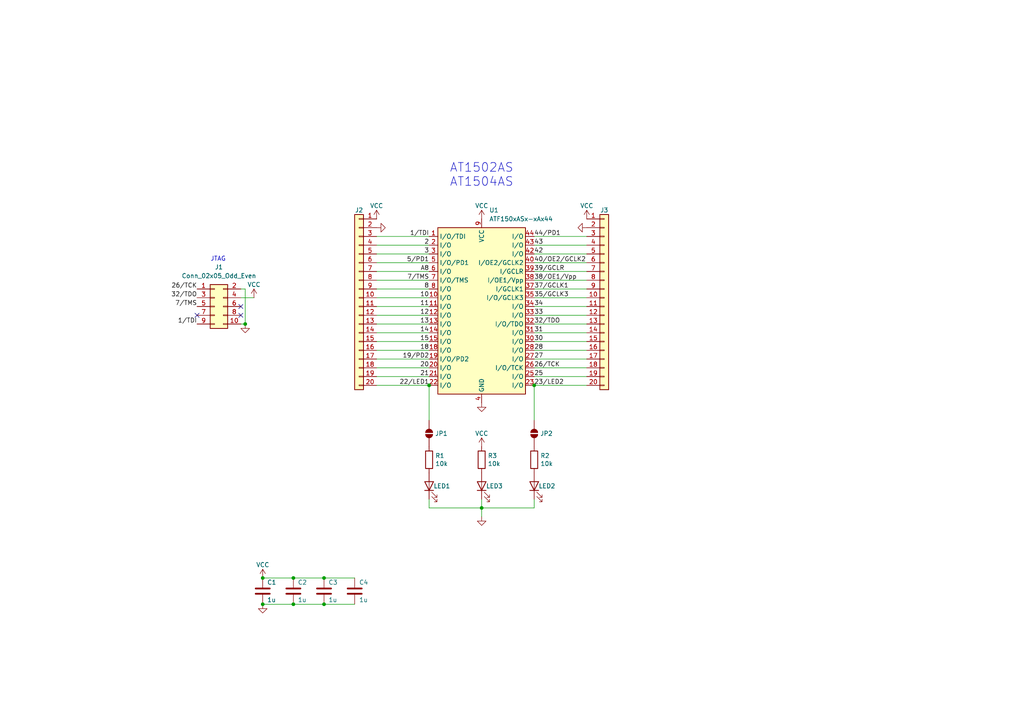
<source format=kicad_sch>
(kicad_sch (version 20231120) (generator "eeschema") (generator_version "8.0")
  (paper "A4")
  (title_block (title "ATF150xAS_uDEV") (date "2024-06-14") (rev "003") (company "Brian K. White") (comment 1 "CC-BY-SA") (comment 2 "github.com/bkw777/ATF150x_uDEV"))
  (lib_symbols
    (symbol "000_LOCAL:ATF150xASx-xAx44"
      (property "Reference" "U" (at -12.7 24.13 0))
      (property "Value" "ATF150xASx-xAx44" (at 1.27 24.892 0))
      (symbol "ATF150xASx-xAx44_0_1"
        (rectangle (start -12.7 22.86) (end 12.7 -25.4) (stroke (width 0.254)) (fill (type background)))
      )
      (symbol "ATF150xASx-xAx44_1_1"
        (pin bidirectional line (at -15.24 20.32 0) (length 2.54) (name "I/O/TDI") (number "1"))
        (pin bidirectional line (at -15.24 2.54 0) (length 2.54) (name "I/O") (number "10"))
        (pin bidirectional line (at -15.24 0 0) (length 2.54) (name "I/O") (number "11"))
        (pin bidirectional line (at -15.24 -2.54 0) (length 2.54) (name "I/O") (number "12"))
        (pin bidirectional line (at -15.24 -5.08 0) (length 2.54) (name "I/O") (number "13"))
        (pin bidirectional line (at -15.24 -7.62 0) (length 2.54) (name "I/O") (number "14"))
        (pin bidirectional line (at -15.24 -10.16 0) (length 2.54) (name "I/O") (number "15"))
        (pin passive line (at 0 -27.94 90) (length 2.54) hide (name "GND") (number "16"))
        (pin passive line (at 0 25.4 270) (length 2.54) hide (name "VCC") (number "17"))
        (pin bidirectional line (at -15.24 -12.7 0) (length 2.54) (name "I/O") (number "18"))
        (pin bidirectional line (at -15.24 -15.24 0) (length 2.54) (name "I/O/PD2") (number "19"))
        (pin bidirectional line (at -15.24 17.78 0) (length 2.54) (name "I/O") (number "2"))
        (pin bidirectional line (at -15.24 -17.78 0) (length 2.54) (name "I/O") (number "20"))
        (pin bidirectional line (at -15.24 -20.32 0) (length 2.54) (name "I/O") (number "21"))
        (pin bidirectional line (at -15.24 -22.86 0) (length 2.54) (name "I/O") (number "22"))
        (pin bidirectional line (at 15.24 -22.86 180) (length 2.54) (name "I/O") (number "23"))
        (pin passive line (at 0 -27.94 90) (length 2.54) hide (name "GND") (number "24"))
        (pin bidirectional line (at 15.24 -20.32 180) (length 2.54) (name "I/O") (number "25"))
        (pin bidirectional line (at 15.24 -17.78 180) (length 2.54) (name "I/O/TCK") (number "26"))
        (pin bidirectional line (at 15.24 -15.24 180) (length 2.54) (name "I/O") (number "27"))
        (pin bidirectional line (at 15.24 -12.7 180) (length 2.54) (name "I/O") (number "28"))
        (pin passive line (at 0 25.4 270) (length 2.54) hide (name "VCC") (number "29"))
        (pin bidirectional line (at -15.24 15.24 0) (length 2.54) (name "I/O") (number "3"))
        (pin bidirectional line (at 15.24 -10.16 180) (length 2.54) (name "I/O") (number "30"))
        (pin bidirectional line (at 15.24 -7.62 180) (length 2.54) (name "I/O") (number "31"))
        (pin bidirectional line (at 15.24 -5.08 180) (length 2.54) (name "I/O/TDO") (number "32"))
        (pin bidirectional line (at 15.24 -2.54 180) (length 2.54) (name "I/O") (number "33"))
        (pin bidirectional line (at 15.24 0 180) (length 2.54) (name "I/O") (number "34"))
        (pin bidirectional line (at 15.24 2.54 180) (length 2.54) (name "I/O/GCLK3") (number "35"))
        (pin passive line (at 0 -27.94 90) (length 2.54) hide (name "GND") (number "36"))
        (pin input line (at 15.24 5.08 180) (length 2.54) (name "I/GCLK1") (number "37"))
        (pin input line (at 15.24 7.62 180) (length 2.54) (name "I/OE1/Vpp") (number "38"))
        (pin input line (at 15.24 10.16 180) (length 2.54) (name "I/GCLR") (number "39"))
        (pin power_in line (at 0 -27.94 90) (length 2.54) (name "GND") (number "4"))
        (pin input line (at 15.24 12.7 180) (length 2.54) (name "I/OE2/GCLK2") (number "40"))
        (pin passive line (at 0 25.4 270) (length 2.54) hide (name "VCC") (number "41"))
        (pin bidirectional line (at 15.24 15.24 180) (length 2.54) (name "I/O") (number "42"))
        (pin bidirectional line (at 15.24 17.78 180) (length 2.54) (name "I/O") (number "43"))
        (pin bidirectional line (at 15.24 20.32 180) (length 2.54) (name "I/O") (number "44"))
        (pin bidirectional line (at -15.24 12.7 0) (length 2.54) (name "I/O/PD1") (number "5"))
        (pin bidirectional line (at -15.24 10.16 0) (length 2.54) (name "I/O") (number "6"))
        (pin bidirectional line (at -15.24 7.62 0) (length 2.54) (name "I/O/TMS") (number "7"))
        (pin bidirectional line (at -15.24 5.08 0) (length 2.54) (name "I/O") (number "8"))
        (pin power_in line (at 0 25.4 270) (length 2.54) (name "VCC") (number "9"))
      )
    )
    (symbol "000_LOCAL:Conn_02x05_Odd_Even" (pin_names (offset 1.016) hide)
      (property "Reference" "J" (at 1.27 7.62 0))
      (property "Value" "Conn_02x05_Odd_Even" (at 1.27 -7.62 0))
      (symbol "Conn_02x05_Odd_Even_1_1"
        (rectangle (start -1.27 -4.953) (end 0 -5.207) (stroke (width 0.1524)))
        (rectangle (start -1.27 -2.413) (end 0 -2.667) (stroke (width 0.1524)))
        (rectangle (start -1.27 0.127) (end 0 -0.127) (stroke (width 0.1524)))
        (rectangle (start -1.27 2.667) (end 0 2.413) (stroke (width 0.1524)))
        (rectangle (start -1.27 5.207) (end 0 4.953) (stroke (width 0.1524)))
        (rectangle (start -1.27 6.35) (end 3.81 -6.35) (stroke (width 0.254)) (fill (type background)))
        (rectangle (start 3.81 -4.953) (end 2.54 -5.207) (stroke (width 0.1524)))
        (rectangle (start 3.81 -2.413) (end 2.54 -2.667) (stroke (width 0.1524)))
        (rectangle (start 3.81 0.127) (end 2.54 -0.127) (stroke (width 0.1524)))
        (rectangle (start 3.81 2.667) (end 2.54 2.413) (stroke (width 0.1524)))
        (rectangle (start 3.81 5.207) (end 2.54 4.953) (stroke (width 0.1524)))
        (pin passive line (at -5.08 5.08 0) (length 3.81) (name "Pin_1") (number "1"))
        (pin passive line (at 7.62 -5.08 180) (length 3.81) (name "Pin_10") (number "10"))
        (pin passive line (at 7.62 5.08 180) (length 3.81) (name "Pin_2") (number "2"))
        (pin passive line (at -5.08 2.54 0) (length 3.81) (name "Pin_3") (number "3"))
        (pin passive line (at 7.62 2.54 180) (length 3.81) (name "Pin_4") (number "4"))
        (pin passive line (at -5.08 0 0) (length 3.81) (name "Pin_5") (number "5"))
        (pin passive line (at 7.62 0 180) (length 3.81) (name "Pin_6") (number "6"))
        (pin passive line (at -5.08 -2.54 0) (length 3.81) (name "Pin_7") (number "7"))
        (pin passive line (at 7.62 -2.54 180) (length 3.81) (name "Pin_8") (number "8"))
        (pin passive line (at -5.08 -5.08 0) (length 3.81) (name "Pin_9") (number "9"))
      )
    )
    (symbol "Connector_Generic:Conn_01x20" (pin_names (offset 1.016) hide)
      (property "Reference" "J" (at 0 25.4 0))
      (property "Value" "Conn_01x20" (at 0 -27.94 0))
      (symbol "Conn_01x20_1_1"
        (rectangle (start -1.27 -25.273) (end 0 -25.527) (stroke (width 0.1524)))
        (rectangle (start -1.27 -22.733) (end 0 -22.987) (stroke (width 0.1524)))
        (rectangle (start -1.27 -20.193) (end 0 -20.447) (stroke (width 0.1524)))
        (rectangle (start -1.27 -17.653) (end 0 -17.907) (stroke (width 0.1524)))
        (rectangle (start -1.27 -15.113) (end 0 -15.367) (stroke (width 0.1524)))
        (rectangle (start -1.27 -12.573) (end 0 -12.827) (stroke (width 0.1524)))
        (rectangle (start -1.27 -10.033) (end 0 -10.287) (stroke (width 0.1524)))
        (rectangle (start -1.27 -7.493) (end 0 -7.747) (stroke (width 0.1524)))
        (rectangle (start -1.27 -4.953) (end 0 -5.207) (stroke (width 0.1524)))
        (rectangle (start -1.27 -2.413) (end 0 -2.667) (stroke (width 0.1524)))
        (rectangle (start -1.27 0.127) (end 0 -0.127) (stroke (width 0.1524)))
        (rectangle (start -1.27 2.667) (end 0 2.413) (stroke (width 0.1524)))
        (rectangle (start -1.27 5.207) (end 0 4.953) (stroke (width 0.1524)))
        (rectangle (start -1.27 7.747) (end 0 7.493) (stroke (width 0.1524)))
        (rectangle (start -1.27 10.287) (end 0 10.033) (stroke (width 0.1524)))
        (rectangle (start -1.27 12.827) (end 0 12.573) (stroke (width 0.1524)))
        (rectangle (start -1.27 15.367) (end 0 15.113) (stroke (width 0.1524)))
        (rectangle (start -1.27 17.907) (end 0 17.653) (stroke (width 0.1524)))
        (rectangle (start -1.27 20.447) (end 0 20.193) (stroke (width 0.1524)))
        (rectangle (start -1.27 22.987) (end 0 22.733) (stroke (width 0.1524)))
        (rectangle (start -1.27 24.13) (end 1.27 -26.67) (stroke (width 0.254)) (fill (type background)))
        (pin passive line (at -5.08 22.86 0) (length 3.81) (name "Pin_1") (number "1"))
        (pin passive line (at -5.08 0 0) (length 3.81) (name "Pin_10") (number "10"))
        (pin passive line (at -5.08 -2.54 0) (length 3.81) (name "Pin_11") (number "11"))
        (pin passive line (at -5.08 -5.08 0) (length 3.81) (name "Pin_12") (number "12"))
        (pin passive line (at -5.08 -7.62 0) (length 3.81) (name "Pin_13") (number "13"))
        (pin passive line (at -5.08 -10.16 0) (length 3.81) (name "Pin_14") (number "14"))
        (pin passive line (at -5.08 -12.7 0) (length 3.81) (name "Pin_15") (number "15"))
        (pin passive line (at -5.08 -15.24 0) (length 3.81) (name "Pin_16") (number "16"))
        (pin passive line (at -5.08 -17.78 0) (length 3.81) (name "Pin_17") (number "17"))
        (pin passive line (at -5.08 -20.32 0) (length 3.81) (name "Pin_18") (number "18"))
        (pin passive line (at -5.08 -22.86 0) (length 3.81) (name "Pin_19") (number "19"))
        (pin passive line (at -5.08 20.32 0) (length 3.81) (name "Pin_2") (number "2"))
        (pin passive line (at -5.08 -25.4 0) (length 3.81) (name "Pin_20") (number "20"))
        (pin passive line (at -5.08 17.78 0) (length 3.81) (name "Pin_3") (number "3"))
        (pin passive line (at -5.08 15.24 0) (length 3.81) (name "Pin_4") (number "4"))
        (pin passive line (at -5.08 12.7 0) (length 3.81) (name "Pin_5") (number "5"))
        (pin passive line (at -5.08 10.16 0) (length 3.81) (name "Pin_6") (number "6"))
        (pin passive line (at -5.08 7.62 0) (length 3.81) (name "Pin_7") (number "7"))
        (pin passive line (at -5.08 5.08 0) (length 3.81) (name "Pin_8") (number "8"))
        (pin passive line (at -5.08 2.54 0) (length 3.81) (name "Pin_9") (number "9"))
      )
    )
    (symbol "Device:C" (pin_numbers hide) (pin_names (offset 0.254))
      (property "Reference" "C" (at 0.635 2.54 0))
      (property "Value" "C" (at 0.635 -2.54 0))
      (symbol "C_0_1"
        (polyline (pts (xy -2.032 -0.762) (xy 2.032 -0.762)) (stroke (width 0.508)))
        (polyline (pts (xy -2.032 0.762) (xy 2.032 0.762)) (stroke (width 0.508)))
      )
      (symbol "C_1_1"
        (pin passive line (at 0 3.81 270) (length 2.794) (name "~") (number "1"))
        (pin passive line (at 0 -3.81 90) (length 2.794) (name "~") (number "2"))
      )
    )
    (symbol "Device:LED" (pin_numbers hide) (pin_names (offset 1.016) hide)
      (property "Reference" "D" (at 0 2.54 0))
      (property "Value" "LED" (at 0 -2.54 0))
      (symbol "LED_0_1"
        (polyline (pts (xy -1.27 -1.27) (xy -1.27 1.27)) (stroke (width 0.254)))
        (polyline (pts (xy -1.27 0) (xy 1.27 0)))
        (polyline (pts (xy 1.27 -1.27) (xy 1.27 1.27) (xy -1.27 0) (xy 1.27 -1.27)) (stroke (width 0.254)))
        (polyline (pts (xy -3.048 -0.762) (xy -4.572 -2.286) (xy -3.81 -2.286) (xy -4.572 -2.286) (xy -4.572 -1.524)))
        (polyline (pts (xy -1.778 -0.762) (xy -3.302 -2.286) (xy -2.54 -2.286) (xy -3.302 -2.286) (xy -3.302 -1.524)))
      )
      (symbol "LED_1_1"
        (pin passive line (at -3.81 0 0) (length 2.54) (name "K") (number "1"))
        (pin passive line (at 3.81 0 180) (length 2.54) (name "A") (number "2"))
      )
    )
    (symbol "Device:R" (pin_numbers hide) (pin_names (offset 0))
      (property "Reference" "R" (at 2.032 0 90))
      (property "Value" "R" (at 0 0 90))
      (symbol "R_0_1"
        (rectangle (start -1.016 -2.54) (end 1.016 2.54) (stroke (width 0.254)))
      )
      (symbol "R_1_1"
        (pin passive line (at 0 3.81 270) (length 1.27) (name "~") (number "1"))
        (pin passive line (at 0 -3.81 90) (length 1.27) (name "~") (number "2"))
      )
    )
    (symbol "Jumper:SolderJumper_2_Open" (pin_numbers hide) (pin_names (offset 0) hide) (exclude_from_sim yes) (in_bom no)
      (property "Reference" "JP" (at 0 2.032 0))
      (property "Value" "SolderJumper_2_Open" (at 0 -2.54 0))
      (symbol "SolderJumper_2_Open_0_1"
        (arc (start -0.254 1.016) (mid -1.2656 0) (end -0.254 -1.016))
        (arc (start -0.254 1.016) (mid -1.2656 0) (end -0.254 -1.016) (fill (type outline)))
        (polyline (pts (xy -0.254 1.016) (xy -0.254 -1.016)))
        (polyline (pts (xy 0.254 1.016) (xy 0.254 -1.016)))
        (arc (start 0.254 -1.016) (mid 1.2656 0) (end 0.254 1.016))
        (arc (start 0.254 -1.016) (mid 1.2656 0) (end 0.254 1.016) (fill (type outline)))
      )
      (symbol "SolderJumper_2_Open_1_1"
        (pin passive line (at -3.81 0 0) (length 2.54) (name "A") (number "1"))
        (pin passive line (at 3.81 0 180) (length 2.54) (name "B") (number "2"))
      )
    )
    (symbol "power:GND" (power) (pin_numbers hide) (pin_names (offset 0) hide)
      (property "Value" "GND" (at 0 -3.81 0))
      (symbol "GND_0_1"
        (polyline (pts (xy 0 0) (xy 0 -1.27) (xy 1.27 -1.27) (xy 0 -2.54) (xy -1.27 -1.27) (xy 0 -1.27)))
      )
      (symbol "GND_1_1"
        (pin power_in line (at 0 0 270) (length 0) (name "~") (number "1"))
      )
    )
    (symbol "power:VCC" (power) (pin_numbers hide) (pin_names (offset 0) hide)
      (property "Value" "VCC" (at 0 3.556 0))
      (symbol "VCC_0_1"
        (polyline (pts (xy -0.762 1.27) (xy 0 2.54)))
        (polyline (pts (xy 0 0) (xy 0 2.54)))
        (polyline (pts (xy 0 2.54) (xy 0.762 1.27)))
      )
      (symbol "VCC_1_1"
        (pin power_in line (at 0 0 90) (length 0) (name "~") (number "1"))
      )
    )
  )
  (junction (at 76.2 175.26))
  (junction (at 93.98 167.64))
  (junction (at 76.2 167.64))
  (junction (at 124.46 111.76))
  (junction (at 85.09 175.26))
  (junction (at 85.09 167.64))
  (junction (at 93.98 175.26))
  (junction (at 139.7 147.32))
  (junction (at 154.94 111.76))
  (junction (at 71.12 93.98))
  (no_connect (at 69.85 91.44))
  (no_connect (at 57.15 91.44))
  (no_connect (at 69.85 88.9))
  (wire (pts (xy 124.46 88.9) (xy 109.22 88.9)))
  (wire (pts (xy 124.46 83.82) (xy 109.22 83.82)))
  (wire (pts (xy 109.22 68.58) (xy 124.46 68.58)))
  (wire (pts (xy 76.2 167.64) (xy 85.09 167.64)))
  (wire (pts (xy 124.46 104.14) (xy 109.22 104.14)))
  (wire (pts (xy 154.94 78.74) (xy 170.18 78.74)))
  (wire (pts (xy 154.94 106.68) (xy 170.18 106.68)))
  (wire (pts (xy 109.22 93.98) (xy 124.46 93.98)))
  (wire (pts (xy 139.7 144.78) (xy 139.7 147.32)))
  (wire (pts (xy 170.18 81.28) (xy 154.94 81.28)))
  (wire (pts (xy 85.09 175.26) (xy 93.98 175.26)))
  (wire (pts (xy 109.22 96.52) (xy 124.46 96.52)))
  (wire (pts (xy 109.22 91.44) (xy 124.46 91.44)))
  (wire (pts (xy 154.94 111.76) (xy 170.18 111.76)))
  (wire (pts (xy 170.18 86.36) (xy 154.94 86.36)))
  (wire (pts (xy 109.22 76.2) (xy 124.46 76.2)))
  (wire (pts (xy 154.94 68.58) (xy 170.18 68.58)))
  (wire (pts (xy 124.46 111.76) (xy 124.46 121.92)))
  (wire (pts (xy 76.2 175.26) (xy 85.09 175.26)))
  (wire (pts (xy 93.98 175.26) (xy 102.87 175.26)))
  (wire (pts (xy 154.94 144.78) (xy 154.94 147.32)))
  (wire (pts (xy 139.7 147.32) (xy 154.94 147.32)))
  (wire (pts (xy 109.22 106.68) (xy 124.46 106.68)))
  (wire (pts (xy 154.94 91.44) (xy 170.18 91.44)))
  (wire (pts (xy 170.18 109.22) (xy 154.94 109.22)))
  (wire (pts (xy 170.18 99.06) (xy 154.94 99.06)))
  (wire (pts (xy 93.98 167.64) (xy 102.87 167.64)))
  (wire (pts (xy 124.46 147.32) (xy 139.7 147.32)))
  (wire (pts (xy 109.22 81.28) (xy 124.46 81.28)))
  (wire (pts (xy 71.12 83.82) (xy 71.12 93.98)))
  (wire (pts (xy 109.22 101.6) (xy 124.46 101.6)))
  (wire (pts (xy 154.94 88.9) (xy 170.18 88.9)))
  (wire (pts (xy 170.18 76.2) (xy 154.94 76.2)))
  (wire (pts (xy 170.18 104.14) (xy 154.94 104.14)))
  (wire (pts (xy 73.66 86.36) (xy 69.85 86.36)))
  (wire (pts (xy 109.22 111.76) (xy 124.46 111.76)))
  (wire (pts (xy 109.22 71.12) (xy 124.46 71.12)))
  (wire (pts (xy 124.46 78.74) (xy 109.22 78.74)))
  (wire (pts (xy 124.46 99.06) (xy 109.22 99.06)))
  (wire (pts (xy 71.12 93.98) (xy 69.85 93.98)))
  (wire (pts (xy 170.18 93.98) (xy 154.94 93.98)))
  (wire (pts (xy 124.46 109.22) (xy 109.22 109.22)))
  (wire (pts (xy 109.22 86.36) (xy 124.46 86.36)))
  (wire (pts (xy 139.7 149.86) (xy 139.7 147.32)))
  (wire (pts (xy 124.46 144.78) (xy 124.46 147.32)))
  (wire (pts (xy 170.18 71.12) (xy 154.94 71.12)))
  (wire (pts (xy 69.85 83.82) (xy 71.12 83.82)))
  (wire (pts (xy 154.94 73.66) (xy 170.18 73.66)))
  (wire (pts (xy 85.09 167.64) (xy 93.98 167.64)))
  (wire (pts (xy 154.94 111.76) (xy 154.94 121.92)))
  (wire (pts (xy 154.94 101.6) (xy 170.18 101.6)))
  (wire (pts (xy 124.46 73.66) (xy 109.22 73.66)))
  (wire (pts (xy 154.94 96.52) (xy 170.18 96.52)))
  (wire (pts (xy 154.94 83.82) (xy 170.18 83.82)))
  (text "AT1502AS\nAT1504AS" (at 139.7 50.8 0) (effects (font (size 2.54 2.54))))
  (text "JTAG" (at 65.532 75.946 0) (effects (font (size 1.27 1.27)) (justify right bottom)))
  (label "13" (at 124.46 93.98 180))
  (label "26{slash}TCK" (at 154.94 106.68 0))
  (label "14" (at 124.46 96.52 180))
  (label "A8" (at 124.46 78.74 180))
  (label "23{slash}LED2" (at 154.94 111.76 0))
  (label "35{slash}GCLK3" (at 154.94 86.36 0))
  (label "33" (at 154.94 91.44 0))
  (label "5{slash}PD1" (at 124.46 76.2 180))
  (label "42" (at 154.94 73.66 0))
  (label "7{slash}TMS" (at 124.46 81.28 180))
  (label "28" (at 154.94 101.6 0))
  (label "10" (at 124.46 86.36 180))
  (label "38{slash}OE1{slash}Vpp" (at 154.94 81.28 0))
  (label "44{slash}PD1" (at 154.94 68.58 0))
  (label "32{slash}TDO" (at 57.15 86.36 180))
  (label "40{slash}OE2{slash}GCLK2" (at 154.94 76.2 0))
  (label "37{slash}GCLK1" (at 154.94 83.82 0))
  (label "30" (at 154.94 99.06 0))
  (label "34" (at 154.94 88.9 0))
  (label "20" (at 124.46 106.68 180))
  (label "22{slash}LED1" (at 124.46 111.76 180))
  (label "26{slash}TCK" (at 57.15 83.82 180))
  (label "27" (at 154.94 104.14 0))
  (label "8" (at 124.46 83.82 180))
  (label "18" (at 124.46 101.6 180))
  (label "19{slash}PD2" (at 124.46 104.14 180))
  (label "11" (at 124.46 88.9 180))
  (label "1{slash}TDI" (at 57.15 93.98 180))
  (label "39{slash}GCLR" (at 154.94 78.74 0))
  (label "25" (at 154.94 109.22 0))
  (label "31" (at 154.94 96.52 0))
  (label "3" (at 124.46 73.66 180))
  (label "43" (at 154.94 71.12 0))
  (label "1{slash}TDI" (at 124.46 68.58 180))
  (label "15" (at 124.46 99.06 180))
  (label "12" (at 124.46 91.44 180))
  (label "32{slash}TDO" (at 154.94 93.98 0))
  (label "21" (at 124.46 109.22 180))
  (label "2" (at 124.46 71.12 180))
  (label "7{slash}TMS" (at 57.15 88.9 180))
  (symbol (lib_id "Connector_Generic:Conn_01x20") (at 104.14 86.36 0) (mirror y) (unit 1)
    (property "Reference" "J2" (at 104.14 60.96 0))
    (property "Value" "VERT" (effects (hide yes)))
    (property "Footprint" "000_LOCAL:PinHeader_1x20_P2.54mm_Vertical" (effects (hide yes)))
  )
  (symbol (lib_id "Connector_Generic:Conn_01x20") (at 175.26 86.36 0) (unit 1)
    (property "Reference" "J3" (at 175.26 60.96 0))
    (property "Value" "VERT" (effects (hide yes)))
    (property "Footprint" "000_LOCAL:PinHeader_1x20_P2.54mm_Vertical" (effects (hide yes)))
  )
  (symbol (lib_id "Device:C") (at 76.2 171.45 0) (unit 1)
    (property "Reference" "C1" (at 77.47 168.91 0) (effects (justify left)))
    (property "Value" "1u" (at 77.47 173.99 0) (effects (justify left)))
    (property "Footprint" "000_LOCAL:C_0805" (effects (hide yes)))
  )
  (symbol (lib_id "Device:R") (at 124.46 133.35 0) (unit 1)
    (property "Reference" "R1" (at 126.238 132.1816 0) (effects (justify left)))
    (property "Value" "10k" (at 126.238 134.493 0) (effects (justify left)))
    (property "Footprint" "000_LOCAL:R_0805" (effects (hide yes)))
  )
  (symbol (lib_id "Device:R") (at 139.7 133.35 0) (unit 1)
    (property "Reference" "R3" (at 141.478 132.1816 0) (effects (justify left)))
    (property "Value" "10k" (at 141.478 134.493 0) (effects (justify left)))
    (property "Footprint" "000_LOCAL:R_0805" (effects (hide yes)))
  )
  (symbol (lib_id "Device:R") (at 154.94 133.35 0) (unit 1)
    (property "Reference" "R2" (at 156.718 132.1816 0) (effects (justify left)))
    (property "Value" "10k" (at 156.718 134.493 0) (effects (justify left)))
    (property "Footprint" "000_LOCAL:R_0805" (effects (hide yes)))
  )
  (symbol (lib_id "Device:LED") (at 124.46 140.97 90) (unit 1)
    (property "Reference" "LED1" (at 125.73 140.97 90) (effects (justify right)))
    (property "Value" "GRN" (effects (hide yes)))
    (property "Footprint" "000_LOCAL:LED_0805" (effects (hide yes)))
    (property "MPN" "150060GS75000" (effects (hide yes)))
    (property "Mfg" "Wurth" (effects (hide yes)))
  )
  (symbol (lib_id "Device:LED") (at 139.7 140.97 90) (unit 1)
    (property "Reference" "LED3" (at 140.97 140.97 90) (effects (justify right)))
    (property "Value" "POWER" (effects (hide yes)))
    (property "Footprint" "000_LOCAL:LED_0805" (effects (hide yes)))
    (property "MPN" "150060GS75000" (effects (hide yes)))
    (property "Mfg" "Wurth" (effects (hide yes)))
  )
  (symbol (lib_id "Device:LED") (at 154.94 140.97 90) (unit 1)
    (property "Reference" "LED2" (at 156.21 140.97 90) (effects (justify right)))
    (property "Value" "GRN" (effects (hide yes)))
    (property "Footprint" "000_LOCAL:LED_0805" (effects (hide yes)))
    (property "MPN" "150060GS75000" (effects (hide yes)))
    (property "Mfg" "Wurth" (effects (hide yes)))
  )
  (symbol (lib_id "Jumper:SolderJumper_2_Open") (at 124.46 125.73 270) (unit 1)
    (property "Reference" "JP1" (at 126.1872 125.73 90) (effects (justify left)))
    (property "Value" "DNP" (effects (hide yes)))
    (property "Footprint" "000_LOCAL:SolderJumper_1mm_2p_open" (effects (hide yes)))
  )
  (symbol (lib_id "Jumper:SolderJumper_2_Open") (at 154.94 125.73 270) (unit 1)
    (property "Reference" "JP2" (at 156.6672 125.73 90) (effects (justify left)))
    (property "Value" "DNP" (effects (hide yes)))
    (property "Footprint" "000_LOCAL:SolderJumper_1mm_2p_open" (effects (hide yes)))
  )
  (symbol (lib_id "Device:C") (at 85.09 171.45 0) (unit 1)
    (property "Reference" "C2" (at 86.36 168.91 0) (effects (justify left)))
    (property "Value" "1u" (at 86.36 173.99 0) (effects (justify left)))
    (property "Footprint" "000_LOCAL:C_0805" (effects (hide yes)))
  )
  (symbol (lib_id "power:GND") (at 109.22 66.04 90) (unit 1)
    (property "Reference" "#PWR011" (effects (hide yes)))
    (property "Value" "GND" (effects (hide yes)))
    (property "Description" "Power symbol creates a global label with name \"GND\" , ground" (effects (hide yes)))
  )
  (symbol (lib_id "power:GND") (at 139.7 116.84 0) (unit 1)
    (property "Reference" "#PWR08" (effects (hide yes)))
    (property "Value" "GND" (effects (hide yes)))
    (property "Description" "Power symbol creates a global label with name \"GND\" , ground" (effects (hide yes)))
  )
  (symbol (lib_id "power:VCC") (at 73.66 86.36 0) (unit 1)
    (property "Reference" "#PWR010" (effects (hide yes)))
    (property "Value" "VCC" (at 73.66 82.55 0))
    (property "Description" "Power symbol creates a global label with name \"VCC\"" (effects (hide yes)))
  )
  (symbol (lib_id "000_LOCAL:Conn_02x05_Odd_Even") (at 62.23 88.9 0) (unit 1)
    (property "Reference" "J1" (at 63.5 77.47 0))
    (property "Value" "Conn_02x05_Odd_Even" (at 63.5 80.01 0))
    (property "Footprint" "000_LOCAL:IDC-Header_2x05_P2.54mm_Vertical" (effects (hide yes)))
    (property "Description" "Generic connector, double row, 02x05, odd/even pin numbering scheme (row 1 odd numbers, row 2 even numbers), script generated (kicad-library-utils/schlib/autogen/connector/)" (effects (hide yes)))
  )
  (symbol (lib_id "power:VCC") (at 170.18 63.5 0) (unit 1)
    (property "Reference" "#PWR06" (effects (hide yes)))
    (property "Value" "VCC" (at 170.18 59.69 0))
    (property "Description" "Power symbol creates a global label with name \"VCC\"" (effects (hide yes)))
  )
  (symbol (lib_id "Device:C") (at 93.98 171.45 0) (unit 1)
    (property "Reference" "C3" (at 95.25 168.91 0) (effects (justify left)))
    (property "Value" "1u" (at 95.25 173.99 0) (effects (justify left)))
    (property "Footprint" "000_LOCAL:C_0805" (effects (hide yes)))
  )
  (symbol (lib_id "power:GND") (at 71.12 93.98 0) (unit 1)
    (property "Reference" "#PWR01" (effects (hide yes)))
    (property "Value" "GND" (effects (hide yes)))
    (property "Description" "Power symbol creates a global label with name \"GND\" , ground" (effects (hide yes)))
  )
  (symbol (lib_id "power:VCC") (at 109.22 63.5 0) (unit 1)
    (property "Reference" "#PWR07" (effects (hide yes)))
    (property "Value" "VCC" (at 109.22 59.69 0))
    (property "Description" "Power symbol creates a global label with name \"VCC\"" (effects (hide yes)))
  )
  (symbol (lib_id "power:VCC") (at 139.7 129.54 0) (unit 1)
    (property "Reference" "#PWR05" (effects (hide yes)))
    (property "Value" "VCC" (at 139.7 125.73 0))
    (property "Description" "Power symbol creates a global label with name \"VCC\"" (effects (hide yes)))
  )
  (symbol (lib_id "power:GND") (at 139.7 149.86 0) (unit 1)
    (property "Reference" "#PWR09" (effects (hide yes)))
    (property "Value" "GND" (effects (hide yes)))
    (property "Description" "Power symbol creates a global label with name \"GND\" , ground" (effects (hide yes)))
  )
  (symbol (lib_id "000_LOCAL:ATF150xASx-xAx44") (at 139.7 88.9 0) (unit 1)
    (property "Reference" "U1" (at 141.8941 60.96 0) (effects (justify left)))
    (property "Value" "ATF150xASx-xAx44" (at 141.8941 63.5 0) (effects (justify left)))
    (property "Footprint" "000_LOCAL:VQFP44" (effects (hide yes)))
    (property "Datasheet" "datasheets/ATF1502AS.pdf" (effects (hide yes)))
    (property "Description" "Microchip CPLD, 32 Macrocell, 5 V, TQFP-44" (effects (hide yes)))
  )
  (symbol (lib_id "power:VCC") (at 76.2 167.64 0) (unit 1)
    (property "Reference" "#PWR02" (effects (hide yes)))
    (property "Value" "VCC" (at 76.2 163.83 0))
    (property "Description" "Power symbol creates a global label with name \"VCC\"" (effects (hide yes)))
  )
  (symbol (lib_id "power:VCC") (at 139.7 63.5 0) (unit 1)
    (property "Reference" "#PWR04" (effects (hide yes)))
    (property "Value" "VCC" (at 139.7 59.69 0))
    (property "Description" "Power symbol creates a global label with name \"VCC\"" (effects (hide yes)))
  )
  (symbol (lib_id "power:GND") (at 76.2 175.26 0) (unit 1)
    (property "Reference" "#PWR03" (effects (hide yes)))
    (property "Value" "GND" (effects (hide yes)))
    (property "Description" "Power symbol creates a global label with name \"GND\" , ground" (effects (hide yes)))
  )
  (symbol (lib_id "power:GND") (at 170.18 66.04 270) (unit 1)
    (property "Reference" "#PWR012" (effects (hide yes)))
    (property "Value" "GND" (effects (hide yes)))
    (property "Description" "Power symbol creates a global label with name \"GND\" , ground" (effects (hide yes)))
  )
  (symbol (lib_id "Device:C") (at 102.87 171.45 0) (unit 1)
    (property "Reference" "C4" (at 104.14 168.91 0) (effects (justify left)))
    (property "Value" "1u" (at 104.14 173.99 0) (effects (justify left)))
    (property "Footprint" "000_LOCAL:C_0805" (effects (hide yes)))
  )
)
</source>
